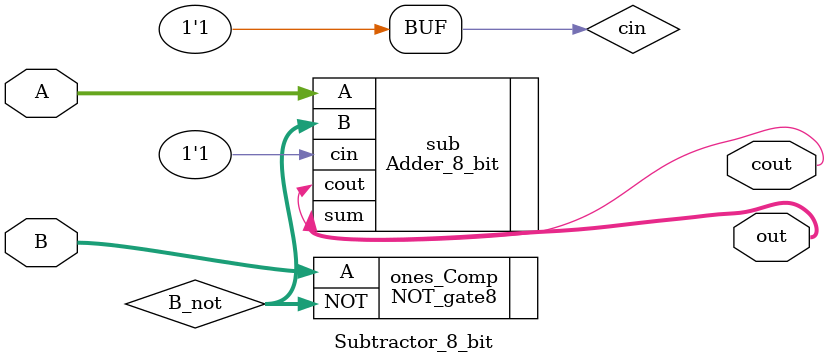
<source format=v>
`timescale 1ns / 1ps


module Subtractor_8_bit(
input [7:0]A,
input [7:0]B,
output [7:0]out,
output cout
    );
    
    wire [7:0]B_not;
    reg [7:0]result;
    reg cin = 1'b1;
   // reg cin1 =1'b0;
    reg [7:0]temp_out;
    NOT_gate8 ones_Comp(.A(B),.NOT(B_not));
    Adder_8_bit sub(.A(A),.B(B_not),.cin(cin),.sum(out),.cout(cout));
    //no carry take 2's comp
    //if carry result as it is.
endmodule

</source>
